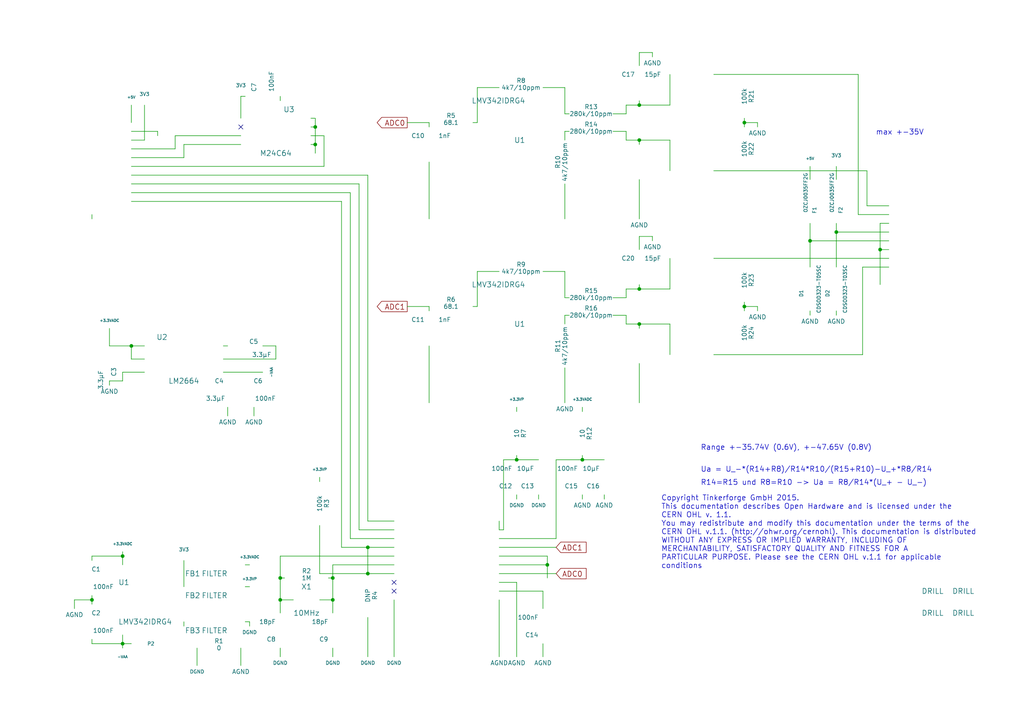
<source format=kicad_sch>
(kicad_sch (version 20230121) (generator eeschema)
  (paper "A4")
  (title_block (title "Industrial Dual Analog In") (date "9 mar 2015") (rev "1.0") (company "Tinkerforge GmbH") (comment 1 "Licensed under CERN OHL v.1.1") (comment 2 "Copyright (©) 2015, B.Nordmeyer <bastian@tinkerforge.com>"))
  (lib_symbols)
  (junction (at 255.27 72.39))
  (junction (at 26.67 173.99))
  (junction (at 185.42 83.82))
  (junction (at 81.28 173.99))
  (junction (at 185.42 40.64))
  (junction (at 185.42 93.98))
  (junction (at 35.56 186.69))
  (junction (at 106.68 158.75))
  (junction (at 242.57 67.31))
  (junction (at 215.9 35.56))
  (junction (at 35.56 161.29))
  (junction (at 96.52 173.99))
  (junction (at 91.44 36.83))
  (junction (at 168.91 133.35))
  (junction (at 106.68 166.37))
  (junction (at 215.9 88.9))
  (junction (at 149.86 133.35))
  (junction (at 81.28 167.64))
  (junction (at 158.75 163.83))
  (junction (at 38.1 100.33))
  (junction (at 234.95 69.85))
  (junction (at 96.52 167.64))
  (junction (at 185.42 30.48))
  (junction (at 91.44 41.91))
  (no_connect (at 69.85 36.83))
  (no_connect (at 114.3 168.91))
  (no_connect (at 114.3 171.45))
  (wire (pts (xy 185.42 41.91) (xy 185.42 40.64)))
  (wire (pts (xy 165.1 86.36) (xy 163.83 86.36)))
  (wire (pts (xy 26.67 186.69) (xy 35.56 186.69)))
  (wire (pts (xy 41.91 100.33) (xy 38.1 100.33)))
  (wire (pts (xy 242.57 67.31) (xy 257.81 67.31)))
  (wire (pts (xy 185.42 68.58) (xy 185.42 72.39)))
  (wire (pts (xy 181.61 93.98) (xy 181.61 91.44)))
  (wire (pts (xy 104.14 53.34) (xy 38.1 53.34)))
  (wire (pts (xy 69.85 27.94) (xy 69.85 34.29)))
  (wire (pts (xy 165.1 38.1) (xy 163.83 38.1)))
  (wire (pts (xy 35.56 107.95) (xy 35.56 110.49)))
  (wire (pts (xy 185.42 52.07) (xy 185.42 63.5)))
  (wire (pts (xy 91.44 36.83) (xy 91.44 41.91)))
  (wire (pts (xy 31.75 100.33) (xy 31.75 95.25)))
  (wire (pts (xy 91.44 36.83) (xy 90.17 36.83)))
  (wire (pts (xy 66.04 100.33) (xy 64.77 100.33)))
  (wire (pts (xy 35.56 186.69) (xy 35.56 187.96)))
  (wire (pts (xy 81.28 161.29) (xy 81.28 167.64)))
  (wire (pts (xy 106.68 166.37) (xy 92.71 166.37)))
  (wire (pts (xy 118.11 35.56) (xy 124.46 35.56)))
  (wire (pts (xy 81.28 190.5) (xy 81.28 187.96)))
  (wire (pts (xy 26.67 186.69) (xy 26.67 185.42)))
  (wire (pts (xy 93.98 48.26) (xy 38.1 48.26)))
  (wire (pts (xy 91.44 34.29) (xy 91.44 36.83)))
  (wire (pts (xy 255.27 64.77) (xy 255.27 72.39)))
  (wire (pts (xy 161.29 156.21) (xy 161.29 133.35)))
  (wire (pts (xy 163.83 33.02) (xy 163.83 25.4)))
  (wire (pts (xy 194.31 40.64) (xy 194.31 49.53)))
  (wire (pts (xy 73.66 118.11) (xy 73.66 120.65)))
  (wire (pts (xy 161.29 166.37) (xy 144.78 166.37)))
  (wire (pts (xy 181.61 40.64) (xy 181.61 38.1)))
  (wire (pts (xy 185.42 83.82) (xy 185.42 82.55)))
  (wire (pts (xy 234.95 64.77) (xy 234.95 69.85)))
  (wire (pts (xy 215.9 35.56) (xy 215.9 36.83)))
  (wire (pts (xy 114.3 153.67) (xy 104.14 153.67)))
  (wire (pts (xy 149.86 133.35) (xy 156.21 133.35)))
  (wire (pts (xy 185.42 95.25) (xy 185.42 93.98)))
  (wire (pts (xy 118.11 88.9) (xy 124.46 88.9)))
  (wire (pts (xy 242.57 52.07) (xy 242.57 48.26)))
  (wire (pts (xy 181.61 93.98) (xy 185.42 93.98)))
  (wire (pts (xy 242.57 91.44) (xy 242.57 90.17)))
  (wire (pts (xy 64.77 104.14) (xy 80.01 104.14)))
  (wire (pts (xy 163.83 91.44) (xy 163.83 93.98)))
  (wire (pts (xy 163.83 25.4) (xy 157.48 25.4)))
  (wire (pts (xy 114.3 161.29) (xy 81.28 161.29)))
  (wire (pts (xy 101.6 55.88) (xy 38.1 55.88)))
  (wire (pts (xy 168.91 133.35) (xy 168.91 132.08)))
  (wire (pts (xy 181.61 83.82) (xy 185.42 83.82)))
  (wire (pts (xy 242.57 67.31) (xy 242.57 77.47)))
  (wire (pts (xy 255.27 64.77) (xy 257.81 64.77)))
  (wire (pts (xy 41.91 107.95) (xy 35.56 107.95)))
  (wire (pts (xy 35.56 110.49) (xy 31.75 110.49)))
  (wire (pts (xy 71.12 180.34) (xy 72.39 180.34)))
  (wire (pts (xy 91.44 41.91) (xy 91.44 44.45)))
  (wire (pts (xy 35.56 161.29) (xy 26.67 161.29)))
  (wire (pts (xy 215.9 34.29) (xy 215.9 35.56)))
  (wire (pts (xy 53.34 41.91) (xy 69.85 41.91)))
  (wire (pts (xy 38.1 38.1) (xy 45.72 38.1)))
  (wire (pts (xy 137.16 88.9) (xy 138.43 88.9)))
  (wire (pts (xy 207.01 49.53) (xy 251.46 49.53)))
  (wire (pts (xy 189.23 15.24) (xy 185.42 15.24)))
  (wire (pts (xy 81.28 29.21) (xy 81.28 27.94)))
  (wire (pts (xy 251.46 59.69) (xy 257.81 59.69)))
  (wire (pts (xy 156.21 144.78) (xy 156.21 143.51)))
  (wire (pts (xy 207.01 21.59) (xy 248.92 21.59)))
  (wire (pts (xy 35.56 186.69) (xy 38.1 186.69)))
  (wire (pts (xy 163.83 116.84) (xy 163.83 106.68)))
  (wire (pts (xy 157.48 171.45) (xy 157.48 176.53)))
  (wire (pts (xy 215.9 88.9) (xy 215.9 90.17)))
  (wire (pts (xy 189.23 69.85) (xy 189.23 68.58)))
  (wire (pts (xy 255.27 72.39) (xy 255.27 82.55)))
  (wire (pts (xy 91.44 34.29) (xy 90.17 34.29)))
  (wire (pts (xy 185.42 40.64) (xy 194.31 40.64)))
  (wire (pts (xy 106.68 190.5) (xy 106.68 179.07)))
  (wire (pts (xy 234.95 69.85) (xy 234.95 77.47)))
  (wire (pts (xy 149.86 144.78) (xy 149.86 143.51)))
  (wire (pts (xy 26.67 173.99) (xy 21.59 173.99)))
  (wire (pts (xy 92.71 166.37) (xy 92.71 152.4)))
  (wire (pts (xy 124.46 116.84) (xy 124.46 100.33)))
  (wire (pts (xy 96.52 173.99) (xy 96.52 177.8)))
  (wire (pts (xy 106.68 166.37) (xy 106.68 158.75)))
  (wire (pts (xy 91.44 41.91) (xy 90.17 41.91)))
  (wire (pts (xy 163.83 86.36) (xy 163.83 78.74)))
  (wire (pts (xy 90.17 39.37) (xy 93.98 39.37)))
  (wire (pts (xy 69.85 39.37) (xy 50.8 39.37)))
  (wire (pts (xy 219.71 35.56) (xy 219.71 36.83)))
  (wire (pts (xy 149.86 119.38) (xy 149.86 118.11)))
  (wire (pts (xy 38.1 45.72) (xy 53.34 45.72)))
  (wire (pts (xy 185.42 15.24) (xy 185.42 19.05)))
  (wire (pts (xy 144.78 156.21) (xy 161.29 156.21)))
  (wire (pts (xy 101.6 156.21) (xy 101.6 55.88)))
  (wire (pts (xy 124.46 35.56) (xy 124.46 36.83)))
  (wire (pts (xy 248.92 21.59) (xy 248.92 62.23)))
  (wire (pts (xy 50.8 43.18) (xy 38.1 43.18)))
  (wire (pts (xy 114.3 163.83) (xy 96.52 163.83)))
  (wire (pts (xy 81.28 167.64) (xy 81.28 173.99)))
  (wire (pts (xy 189.23 16.51) (xy 189.23 15.24)))
  (wire (pts (xy 72.39 180.34) (xy 72.39 181.61)))
  (wire (pts (xy 163.83 38.1) (xy 163.83 40.64)))
  (wire (pts (xy 255.27 72.39) (xy 257.81 72.39)))
  (wire (pts (xy 138.43 25.4) (xy 144.78 25.4)))
  (wire (pts (xy 53.34 181.61) (xy 53.34 180.34)))
  (wire (pts (xy 26.67 161.29) (xy 26.67 162.56)))
  (wire (pts (xy 157.48 190.5) (xy 157.48 186.69)))
  (wire (pts (xy 138.43 35.56) (xy 138.43 25.4)))
  (wire (pts (xy 96.52 167.64) (xy 96.52 173.99)))
  (wire (pts (xy 26.67 173.99) (xy 26.67 175.26)))
  (wire (pts (xy 234.95 52.07) (xy 234.95 48.26)))
  (wire (pts (xy 149.86 168.91) (xy 149.86 190.5)))
  (wire (pts (xy 38.1 104.14) (xy 38.1 100.33)))
  (wire (pts (xy 99.06 58.42) (xy 38.1 58.42)))
  (wire (pts (xy 185.42 93.98) (xy 194.31 93.98)))
  (wire (pts (xy 35.56 184.15) (xy 35.56 186.69)))
  (wire (pts (xy 158.75 163.83) (xy 158.75 167.64)))
  (wire (pts (xy 71.12 27.94) (xy 69.85 27.94)))
  (wire (pts (xy 234.95 69.85) (xy 257.81 69.85)))
  (wire (pts (xy 144.78 168.91) (xy 149.86 168.91)))
  (wire (pts (xy 57.15 187.96) (xy 57.15 193.04)))
  (wire (pts (xy 114.3 166.37) (xy 106.68 166.37)))
  (wire (pts (xy 158.75 161.29) (xy 158.75 163.83)))
  (wire (pts (xy 161.29 133.35) (xy 168.91 133.35)))
  (wire (pts (xy 177.8 33.02) (xy 181.61 33.02)))
  (wire (pts (xy 168.91 144.78) (xy 168.91 143.51)))
  (wire (pts (xy 31.75 110.49) (xy 31.75 111.76)))
  (wire (pts (xy 71.12 170.18) (xy 72.39 170.18)))
  (wire (pts (xy 106.68 151.13) (xy 106.68 50.8)))
  (wire (pts (xy 207.01 74.93) (xy 257.81 74.93)))
  (wire (pts (xy 163.83 63.5) (xy 163.83 53.34)))
  (wire (pts (xy 96.52 190.5) (xy 96.52 187.96)))
  (wire (pts (xy 146.05 153.67) (xy 146.05 133.35)))
  (wire (pts (xy 38.1 100.33) (xy 31.75 100.33)))
  (wire (pts (xy 163.83 78.74) (xy 157.48 78.74)))
  (wire (pts (xy 234.95 91.44) (xy 234.95 90.17)))
  (wire (pts (xy 81.28 167.64) (xy 82.55 167.64)))
  (wire (pts (xy 181.61 33.02) (xy 181.61 30.48)))
  (wire (pts (xy 53.34 162.56) (xy 53.34 170.18)))
  (wire (pts (xy 96.52 163.83) (xy 96.52 167.64)))
  (wire (pts (xy 168.91 119.38) (xy 168.91 118.11)))
  (wire (pts (xy 144.78 190.5) (xy 144.78 173.99)))
  (wire (pts (xy 194.31 83.82) (xy 194.31 74.93)))
  (wire (pts (xy 215.9 35.56) (xy 219.71 35.56)))
  (wire (pts (xy 45.72 38.1) (xy 45.72 39.37)))
  (wire (pts (xy 26.67 172.72) (xy 26.67 173.99)))
  (wire (pts (xy 138.43 88.9) (xy 138.43 78.74)))
  (wire (pts (xy 38.1 35.56) (xy 38.1 30.48)))
  (wire (pts (xy 106.68 50.8) (xy 38.1 50.8)))
  (wire (pts (xy 177.8 86.36) (xy 181.61 86.36)))
  (wire (pts (xy 185.42 83.82) (xy 194.31 83.82)))
  (wire (pts (xy 181.61 30.48) (xy 185.42 30.48)))
  (wire (pts (xy 21.59 173.99) (xy 21.59 176.53)))
  (wire (pts (xy 41.91 104.14) (xy 38.1 104.14)))
  (wire (pts (xy 50.8 39.37) (xy 50.8 43.18)))
  (wire (pts (xy 38.1 40.64) (xy 41.91 40.64)))
  (wire (pts (xy 146.05 133.35) (xy 149.86 133.35)))
  (wire (pts (xy 124.46 88.9) (xy 124.46 90.17)))
  (wire (pts (xy 144.78 161.29) (xy 158.75 161.29)))
  (wire (pts (xy 101.6 156.21) (xy 114.3 156.21)))
  (wire (pts (xy 106.68 158.75) (xy 114.3 158.75)))
  (wire (pts (xy 165.1 33.02) (xy 163.83 33.02)))
  (wire (pts (xy 248.92 62.23) (xy 257.81 62.23)))
  (wire (pts (xy 95.25 167.64) (xy 96.52 167.64)))
  (wire (pts (xy 181.61 40.64) (xy 185.42 40.64)))
  (wire (pts (xy 144.78 153.67) (xy 146.05 153.67)))
  (wire (pts (xy 207.01 102.87) (xy 250.19 102.87)))
  (wire (pts (xy 81.28 173.99) (xy 81.28 177.8)))
  (wire (pts (xy 185.42 105.41) (xy 185.42 116.84)))
  (wire (pts (xy 181.61 91.44) (xy 177.8 91.44)))
  (wire (pts (xy 99.06 58.42) (xy 99.06 158.75)))
  (wire (pts (xy 144.78 151.13) (xy 144.78 153.67)))
  (wire (pts (xy 114.3 151.13) (xy 106.68 151.13)))
  (wire (pts (xy 144.78 171.45) (xy 157.48 171.45)))
  (wire (pts (xy 185.42 30.48) (xy 185.42 29.21)))
  (wire (pts (xy 104.14 153.67) (xy 104.14 53.34)))
  (wire (pts (xy 175.26 144.78) (xy 175.26 143.51)))
  (wire (pts (xy 181.61 38.1) (xy 177.8 38.1)))
  (wire (pts (xy 92.71 139.7) (xy 92.71 138.43)))
  (wire (pts (xy 66.04 118.11) (xy 66.04 120.65)))
  (wire (pts (xy 165.1 91.44) (xy 163.83 91.44)))
  (wire (pts (xy 71.12 163.83) (xy 72.39 163.83)))
  (wire (pts (xy 181.61 86.36) (xy 181.61 83.82)))
  (wire (pts (xy 149.86 133.35) (xy 149.86 132.08)))
  (wire (pts (xy 69.85 193.04) (xy 69.85 187.96)))
  (wire (pts (xy 251.46 49.53) (xy 251.46 59.69)))
  (wire (pts (xy 242.57 64.77) (xy 242.57 67.31)))
  (wire (pts (xy 35.56 160.02) (xy 35.56 161.29)))
  (wire (pts (xy 185.42 30.48) (xy 194.31 30.48)))
  (wire (pts (xy 64.77 107.95) (xy 76.2 107.95)))
  (wire (pts (xy 35.56 161.29) (xy 35.56 163.83)))
  (wire (pts (xy 80.01 104.14) (xy 80.01 100.33)))
  (wire (pts (xy 144.78 163.83) (xy 158.75 163.83)))
  (wire (pts (xy 80.01 100.33) (xy 76.2 100.33)))
  (wire (pts (xy 168.91 133.35) (xy 175.26 133.35)))
  (wire (pts (xy 99.06 158.75) (xy 106.68 158.75)))
  (wire (pts (xy 144.78 158.75) (xy 161.29 158.75)))
  (wire (pts (xy 85.09 173.99) (xy 81.28 173.99)))
  (wire (pts (xy 93.98 39.37) (xy 93.98 48.26)))
  (wire (pts (xy 124.46 63.5) (xy 124.46 46.99)))
  (wire (pts (xy 250.19 102.87) (xy 250.19 77.47)))
  (wire (pts (xy 114.3 173.99) (xy 114.3 190.5)))
  (wire (pts (xy 53.34 45.72) (xy 53.34 41.91)))
  (wire (pts (xy 92.71 173.99) (xy 96.52 173.99)))
  (wire (pts (xy 138.43 78.74) (xy 144.78 78.74)))
  (wire (pts (xy 250.19 77.47) (xy 257.81 77.47)))
  (wire (pts (xy 189.23 68.58) (xy 185.42 68.58)))
  (wire (pts (xy 26.67 63.5) (xy 26.67 62.23)))
  (wire (pts (xy 194.31 93.98) (xy 194.31 102.87)))
  (wire (pts (xy 215.9 88.9) (xy 219.71 88.9)))
  (wire (pts (xy 41.91 40.64) (xy 41.91 30.48)))
  (wire (pts (xy 137.16 35.56) (xy 138.43 35.56)))
  (wire (pts (xy 219.71 88.9) (xy 219.71 90.17)))
  (wire (pts (xy 215.9 87.63) (xy 215.9 88.9)))
  (wire (pts (xy 194.31 30.48) (xy 194.31 21.59)))
  (text "Copyright Tinkerforge GmbH 2015.\nThis documentation describes Open Hardware and is licensed under the\nCERN OHL v. 1.1.\nYou may redistribute and modify this documentation under the terms of the\nCERN OHL v.1.1. (http://ohwr.org/cernohl). This documentation is distributed\nWITHOUT ANY EXPRESS OR IMPLIED WARRANTY, INCLUDING OF\nMERCHANTABILITY, SATISFACTORY QUALITY AND FITNESS FOR A\nPARTICULAR PURPOSE. Please see the CERN OHL v.1.1 for applicable\nconditions\n" (at 191.77 165.1 0) (effects (font (size 1.524 1.524)) (justify left bottom)))
  (text "Ua = U_-*(R14+R8)/R14*R10/(R15+R10)-U_+*R8/R14" (at 203.2 137.16 0) (effects (font (size 1.524 1.524)) (justify left bottom)))
  (text "max +-35V" (at 254 39.37 0) (effects (font (size 1.524 1.524)) (justify left bottom)))
  (text "Range +-35.74V (0.6V), +-47.65V (0.8V)" (at 203.2 130.81 0) (effects (font (size 1.524 1.524)) (justify left bottom)))
  (text "R14=R15 und R8=R10 -> Ua = R8/R14*(U_+ - U_-)" (at 203.2 140.97 0) (effects (font (size 1.524 1.524)) (justify left bottom)))
  (global_label "ADC1" (shape output) (at 118.11 88.9 180) (effects (font (size 1.524 1.524))) (property "Intersheetrefs" "${INTERSHEET_REFS}" (effects hide)))
  (global_label "ADC0" (shape output) (at 118.11 35.56 180) (effects (font (size 1.524 1.524))) (property "Intersheetrefs" "${INTERSHEET_REFS}" (effects hide)))
  (global_label "ADC0" (shape input) (at 161.29 166.37 0) (effects (font (size 1.524 1.524))) (property "Intersheetrefs" "${INTERSHEET_REFS}" (effects hide)))
  (global_label "ADC1" (shape input) (at 161.29 158.75 0) (effects (font (size 1.524 1.524))) (property "Intersheetrefs" "${INTERSHEET_REFS}" (effects hide)))
  (symbol (lib_id "CAT24C") (at 80.01 44.45 0) (mirror y) (unit 1)
    (property "Reference" "U3" (at 83.82 31.75 0) (effects (font (size 1.524 1.524))))
    (property "Value" "M24C64" (at 80.01 44.45 0) (effects (font (size 1.524 1.524))))
    (property "Footprint" "kicad-libraries:SOIC8" (effects hide))
  )
  (symbol (lib_id "CON-SENSOR") (at 26.67 46.99 0) (mirror y) (unit 1)
    (property "Reference" "P1" (at 21.59 33.02 0) (effects (font (size 1.524 1.524))))
    (property "Value" "CON-SENSOR" (at 21.59 46.99 90) (effects (font (size 1.524 1.524))))
    (property "Footprint" "kicad-libraries:CON-SENSOR" (effects hide))
  )
  (symbol (lib_id "3V3") (at 41.91 30.48 0) (unit 1)
    (property "Reference" "#PWR06" (effects hide))
    (property "Value" "3V3" (at 41.91 27.305 0) (effects (font (size 1.016 1.016))))
  )
  (symbol (lib_id "3V3") (at 69.85 27.94 0) (unit 1)
    (property "Reference" "#PWR05" (effects hide))
    (property "Value" "3V3" (at 69.85 24.765 0) (effects (font (size 1.016 1.016))))
  )
  (symbol (lib_id "GND") (at 91.44 44.45 0) (unit 1)
    (property "Reference" "#PWR04" (effects hide))
    (property "Value" "GND" (effects hide))
  )
  (symbol (lib_id "GND") (at 81.28 29.21 0) (unit 1)
    (property "Reference" "#PWR03" (effects hide))
    (property "Value" "GND" (effects hide))
  )
  (symbol (lib_id "C") (at 76.2 27.94 90) (unit 1)
    (property "Reference" "C7" (at 73.66 26.67 0) (effects (justify left)))
    (property "Value" "100nF" (at 78.74 26.67 0) (effects (justify left)))
    (property "Footprint" "kicad-libraries:C0603" (effects hide))
  )
  (symbol (lib_id "GND") (at 45.72 39.37 0) (unit 1)
    (property "Reference" "#PWR02" (effects hide))
    (property "Value" "GND" (effects hide))
  )
  (symbol (lib_id "DRILL") (at 279.4 177.8 0) (unit 1)
    (property "Reference" "U8" (effects hide))
    (property "Value" "DRILL" (at 279.4 177.8 0) (effects (font (size 1.524 1.524))))
    (property "Footprint" "kicad-libraries:DRILL_NP" (effects hide))
  )
  (symbol (lib_id "DRILL") (at 279.4 171.45 0) (unit 1)
    (property "Reference" "U7" (effects hide))
    (property "Value" "DRILL" (at 279.4 171.45 0) (effects (font (size 1.524 1.524))))
    (property "Footprint" "kicad-libraries:DRILL_NP" (effects hide))
  )
  (symbol (lib_id "DRILL") (at 270.51 171.45 0) (unit 1)
    (property "Reference" "U5" (effects hide))
    (property "Value" "DRILL" (at 270.51 171.45 0) (effects (font (size 1.524 1.524))))
    (property "Footprint" "kicad-libraries:DRILL_NP" (effects hide))
  )
  (symbol (lib_id "DRILL") (at 270.51 177.8 0) (unit 1)
    (property "Reference" "U6" (effects hide))
    (property "Value" "DRILL" (at 270.51 177.8 0) (effects (font (size 1.524 1.524))))
    (property "Footprint" "kicad-libraries:DRILL_NP" (effects hide))
  )
  (symbol (lib_id "GND") (at 26.67 63.5 0) (unit 1)
    (property "Reference" "#PWR01" (effects hide))
    (property "Value" "GND" (effects hide))
  )
  (symbol (lib_id "+5V") (at 38.1 30.48 0) (unit 1)
    (property "Reference" "#PWR07" (effects hide))
    (property "Value" "+5V" (at 38.1 28.194 0) (effects (font (size 0.762 0.762))))
  )
  (symbol (lib_id "AGND") (at 69.85 193.04 0) (unit 1)
    (property "Reference" "#PWR032" (effects hide))
    (property "Value" "AGND" (at 69.85 194.818 0))
  )
  (symbol (lib_id "MCP3911") (at 129.54 162.56 0) (mirror y) (unit 1)
    (property "Reference" "U4" (at 139.7 148.59 0) (effects (font (size 1.524 1.524))))
    (property "Value" "MCP3911" (at 134.62 176.53 0) (effects (font (size 1.524 1.524))))
    (property "Footprint" "kicad-libraries:SSOP20-53" (effects hide))
  )
  (symbol (lib_id "AGND") (at 149.86 190.5 0) (unit 1)
    (property "Reference" "#PWR08" (effects hide))
    (property "Value" "AGND" (at 149.86 192.278 0))
  )
  (symbol (lib_id "Crystal") (at 88.9 173.99 0) (unit 1)
    (property "Reference" "X1" (at 88.9 170.18 0) (effects (font (size 1.524 1.524))))
    (property "Value" "10MHz" (at 88.9 177.8 0) (effects (font (size 1.524 1.524))))
    (property "Footprint" "kicad-libraries:HC49_US" (effects hide))
  )
  (symbol (lib_id "C") (at 81.28 182.88 180) (unit 1)
    (property "Reference" "C8" (at 80.01 185.42 0) (effects (justify left)))
    (property "Value" "18pF" (at 80.01 180.34 0) (effects (justify left)))
    (property "Footprint" "kicad-libraries:C0603" (effects hide))
  )
  (symbol (lib_id "C") (at 96.52 182.88 180) (unit 1)
    (property "Reference" "C9" (at 95.25 185.42 0) (effects (justify left)))
    (property "Value" "18pF" (at 95.25 180.34 0) (effects (justify left)))
    (property "Footprint" "kicad-libraries:C0603" (effects hide))
  )
  (symbol (lib_id "C") (at 157.48 181.61 180) (unit 1)
    (property "Reference" "C14" (at 156.21 184.15 0) (effects (justify left)))
    (property "Value" "100nF" (at 156.21 179.07 0) (effects (justify left)))
    (property "Footprint" "kicad-libraries:C0603" (effects hide))
  )
  (symbol (lib_id "AGND") (at 157.48 190.5 0) (unit 1)
    (property "Reference" "#PWR09" (effects hide))
    (property "Value" "AGND" (at 157.48 192.278 0))
  )
  (symbol (lib_id "AGND") (at 144.78 190.5 0) (unit 1)
    (property "Reference" "#PWR010" (effects hide))
    (property "Value" "AGND" (at 144.78 192.278 0))
  )
  (symbol (lib_id "C") (at 175.26 138.43 180) (unit 1)
    (property "Reference" "C16" (at 173.99 140.97 0) (effects (justify left)))
    (property "Value" "10µF" (at 173.99 135.89 0) (effects (justify left)))
    (property "Footprint" "kicad-libraries:C0603" (effects hide))
  )
  (symbol (lib_id "C") (at 168.91 138.43 180) (unit 1)
    (property "Reference" "C15" (at 167.64 140.97 0) (effects (justify left)))
    (property "Value" "100nF" (at 167.64 135.89 0) (effects (justify left)))
    (property "Footprint" "kicad-libraries:C0603" (effects hide))
  )
  (symbol (lib_id "C") (at 156.21 138.43 180) (unit 1)
    (property "Reference" "C13" (at 154.94 140.97 0) (effects (justify left)))
    (property "Value" "10µF" (at 154.94 135.89 0) (effects (justify left)))
    (property "Footprint" "kicad-libraries:C0603" (effects hide))
  )
  (symbol (lib_id "C") (at 149.86 138.43 180) (unit 1)
    (property "Reference" "C12" (at 148.59 140.97 0) (effects (justify left)))
    (property "Value" "100nF" (at 148.59 135.89 0) (effects (justify left)))
    (property "Footprint" "kicad-libraries:C0603" (effects hide))
  )
  (symbol (lib_id "AGND") (at 168.91 144.78 0) (unit 1)
    (property "Reference" "#PWR011" (effects hide))
    (property "Value" "AGND" (at 168.91 146.558 0))
  )
  (symbol (lib_id "AGND") (at 175.26 144.78 0) (unit 1)
    (property "Reference" "#PWR012" (effects hide))
    (property "Value" "AGND" (at 175.26 146.558 0))
  )
  (symbol (lib_id "R") (at 149.86 125.73 0) (unit 1)
    (property "Reference" "R7" (at 151.892 125.73 90))
    (property "Value" "10" (at 149.86 125.73 90))
    (property "Footprint" "kicad-libraries:R0603" (effects hide))
  )
  (symbol (lib_id "R") (at 168.91 125.73 0) (unit 1)
    (property "Reference" "R12" (at 170.942 125.73 90))
    (property "Value" "10" (at 168.91 125.73 90))
    (property "Footprint" "kicad-libraries:R0603" (effects hide))
  )
  (symbol (lib_id "DGND") (at 149.86 144.78 0) (unit 1)
    (property "Reference" "#PWR013" (effects hide))
    (property "Value" "DGND" (at 149.86 146.558 0) (effects (font (size 1.016 1.016))))
  )
  (symbol (lib_id "DGND") (at 156.21 144.78 0) (unit 1)
    (property "Reference" "#PWR014" (effects hide))
    (property "Value" "DGND" (at 156.21 146.558 0) (effects (font (size 1.016 1.016))))
  )
  (symbol (lib_id "DGND") (at 81.28 190.5 0) (unit 1)
    (property "Reference" "#PWR031" (effects hide))
    (property "Value" "DGND" (at 81.28 192.278 0) (effects (font (size 1.016 1.016))))
  )
  (symbol (lib_id "DGND") (at 96.52 190.5 0) (unit 1)
    (property "Reference" "#PWR030" (effects hide))
    (property "Value" "DGND" (at 96.52 192.278 0) (effects (font (size 1.016 1.016))))
  )
  (symbol (lib_id "DGND") (at 114.3 190.5 0) (unit 1)
    (property "Reference" "#PWR015" (effects hide))
    (property "Value" "DGND" (at 114.3 192.278 0) (effects (font (size 1.016 1.016))))
  )
  (symbol (lib_id "R") (at 88.9 167.64 90) (unit 1)
    (property "Reference" "R2" (at 88.9 165.608 90))
    (property "Value" "1M" (at 88.9 167.64 90))
    (property "Footprint" "kicad-libraries:R0603" (effects hide))
  )
  (symbol (lib_id "DGND") (at 57.15 193.04 0) (unit 1)
    (property "Reference" "#PWR029" (effects hide))
    (property "Value" "DGND" (at 57.15 194.818 0) (effects (font (size 1.016 1.016))))
  )
  (symbol (lib_id "R") (at 63.5 187.96 90) (unit 1)
    (property "Reference" "R1" (at 63.5 185.928 90))
    (property "Value" "0" (at 63.5 187.96 90))
    (property "Footprint" "kicad-libraries:R0603" (effects hide))
  )
  (symbol (lib_id "FILTER") (at 62.23 170.18 0) (unit 1)
    (property "Reference" "FB2" (at 55.88 172.72 0) (effects (font (size 1.524 1.524))))
    (property "Value" "FILTER" (at 62.23 172.72 0) (effects (font (size 1.524 1.524))))
    (property "Footprint" "kicad-libraries:C0603" (effects hide))
  )
  (symbol (lib_id "R") (at 106.68 172.72 0) (unit 1)
    (property "Reference" "R4" (at 108.712 172.72 90))
    (property "Value" "DNP" (at 106.68 172.72 90))
    (property "Footprint" "kicad-libraries:R0603" (effects hide))
  )
  (symbol (lib_id "DGND") (at 106.68 190.5 0) (unit 1)
    (property "Reference" "#PWR028" (effects hide))
    (property "Value" "DGND" (at 106.68 192.278 0) (effects (font (size 1.016 1.016))))
  )
  (symbol (lib_id "TLV272") (at 35.56 173.99 0) (unit 3)
    (property "Reference" "U1" (at 34.29 168.91 0) (effects (font (size 1.524 1.524)) (justify left)))
    (property "Value" "LMV342IDRG4" (at 34.29 180.34 0) (effects (font (size 1.524 1.524)) (justify left)))
    (property "Footprint" "kicad-libraries:SOIC8" (effects hide))
  )
  (symbol (lib_id "TLV272") (at 151.13 88.9 180) (unit 1)
    (property "Reference" "U1" (at 152.4 93.98 0) (effects (font (size 1.524 1.524)) (justify left)))
    (property "Value" "LMV342IDRG4" (at 152.4 82.55 0) (effects (font (size 1.524 1.524)) (justify left)))
    (property "Footprint" "kicad-libraries:SOIC8" (effects hide))
  )
  (symbol (lib_id "C") (at 185.42 35.56 180) (unit 1)
    (property "Reference" "C18" (at 184.15 33.02 0) (effects (justify left)))
    (property "Value" "150pF" (at 191.77 33.02 0) (effects (justify left)))
    (property "Footprint" "kicad-libraries:C0603" (effects hide))
  )
  (symbol (lib_id "R") (at 171.45 38.1 90) (unit 1)
    (property "Reference" "R14" (at 171.45 36.068 90))
    (property "Value" "280k/10ppm" (at 171.45 38.1 90))
    (property "Footprint" "kicad-libraries:R0603" (effects hide))
  )
  (symbol (lib_id "R") (at 171.45 33.02 90) (unit 1)
    (property "Reference" "R13" (at 171.45 30.988 90))
    (property "Value" "280k/10ppm" (at 171.45 33.02 90))
    (property "Footprint" "kicad-libraries:R0603" (effects hide))
  )
  (symbol (lib_id "R") (at 163.83 46.99 180) (unit 1)
    (property "Reference" "R10" (at 161.798 46.99 90))
    (property "Value" "4k7/10ppm" (at 163.83 46.99 90))
    (property "Footprint" "kicad-libraries:R0603" (effects hide))
  )
  (symbol (lib_id "R") (at 151.13 25.4 90) (unit 1)
    (property "Reference" "R8" (at 151.13 23.368 90))
    (property "Value" "4k7/10ppm" (at 151.13 25.4 90))
    (property "Footprint" "kicad-libraries:R0603" (effects hide))
  )
  (symbol (lib_id "C") (at 185.42 24.13 180) (unit 1)
    (property "Reference" "C17" (at 184.15 21.59 0) (effects (justify left)))
    (property "Value" "15pF" (at 191.77 21.59 0) (effects (justify left)))
    (property "Footprint" "kicad-libraries:C0603" (effects hide))
  )
  (symbol (lib_id "C") (at 185.42 46.99 180) (unit 1)
    (property "Reference" "C19" (at 184.15 44.45 0) (effects (justify left)))
    (property "Value" "15pF" (at 191.77 44.45 0) (effects (justify left)))
    (property "Footprint" "kicad-libraries:C0603" (effects hide))
  )
  (symbol (lib_id "AGND") (at 185.42 63.5 0) (unit 1)
    (property "Reference" "#PWR016" (effects hide))
    (property "Value" "AGND" (at 185.42 65.278 0))
  )
  (symbol (lib_id "AGND") (at 189.23 16.51 0) (unit 1)
    (property "Reference" "#PWR017" (effects hide))
    (property "Value" "AGND" (at 189.23 18.288 0))
  )
  (symbol (lib_id "R") (at 215.9 27.94 0) (unit 1)
    (property "Reference" "R21" (at 217.932 27.94 90))
    (property "Value" "100k" (at 215.9 27.94 90))
    (property "Footprint" "kicad-libraries:R0603" (effects hide))
  )
  (symbol (lib_id "R") (at 215.9 43.18 0) (unit 1)
    (property "Reference" "R22" (at 217.932 43.18 90))
    (property "Value" "100k" (at 215.9 43.18 90))
    (property "Footprint" "kicad-libraries:R0603" (effects hide))
  )
  (symbol (lib_id "AGND") (at 219.71 36.83 0) (unit 1)
    (property "Reference" "#PWR018" (effects hide))
    (property "Value" "AGND" (at 219.71 38.608 0))
  )
  (symbol (lib_id "R") (at 200.66 21.59 90) (unit 1)
    (property "Reference" "R17" (at 200.66 19.558 90))
    (property "Value" "10" (at 200.66 21.59 90))
    (property "Footprint" "kicad-libraries:R0603" (effects hide))
  )
  (symbol (lib_id "R") (at 200.66 49.53 90) (unit 1)
    (property "Reference" "R18" (at 200.66 47.498 90))
    (property "Value" "10" (at 200.66 49.53 90))
    (property "Footprint" "kicad-libraries:R0603" (effects hide))
  )
  (symbol (lib_id "R") (at 130.81 35.56 90) (unit 1)
    (property "Reference" "R5" (at 130.81 33.528 90))
    (property "Value" "68.1" (at 130.81 35.56 90))
    (property "Footprint" "kicad-libraries:R0603" (effects hide))
  )
  (symbol (lib_id "C") (at 124.46 41.91 180) (unit 1)
    (property "Reference" "C10" (at 123.19 39.37 0) (effects (justify left)))
    (property "Value" "1nF" (at 130.81 39.37 0) (effects (justify left)))
    (property "Footprint" "kicad-libraries:C0603" (effects hide))
  )
  (symbol (lib_id "AGND") (at 163.83 63.5 0) (unit 1)
    (property "Reference" "#PWR019" (effects hide))
    (property "Value" "AGND" (at 163.83 65.278 0))
  )
  (symbol (lib_id "AGND") (at 124.46 63.5 0) (unit 1)
    (property "Reference" "#PWR020" (effects hide))
    (property "Value" "AGND" (at 124.46 65.278 0))
  )
  (symbol (lib_id "TLV272") (at 151.13 35.56 180) (unit 2)
    (property "Reference" "U1" (at 152.4 40.64 0) (effects (font (size 1.524 1.524)) (justify left)))
    (property "Value" "LMV342IDRG4" (at 152.4 29.21 0) (effects (font (size 1.524 1.524)) (justify left)))
    (property "Footprint" "kicad-libraries:SOIC8" (effects hide))
  )
  (symbol (lib_id "C") (at 185.42 88.9 180) (unit 1)
    (property "Reference" "C21" (at 184.15 86.36 0) (effects (justify left)))
    (property "Value" "150pF" (at 191.77 86.36 0) (effects (justify left)))
    (property "Footprint" "kicad-libraries:C0603" (effects hide))
  )
  (symbol (lib_id "R") (at 171.45 91.44 90) (unit 1)
    (property "Reference" "R16" (at 171.45 89.408 90))
    (property "Value" "280k/10ppm" (at 171.45 91.44 90))
    (property "Footprint" "kicad-libraries:R0603" (effects hide))
  )
  (symbol (lib_id "R") (at 171.45 86.36 90) (unit 1)
    (property "Reference" "R15" (at 171.45 84.328 90))
    (property "Value" "280k/10ppm" (at 171.45 86.36 90))
    (property "Footprint" "kicad-libraries:R0603" (effects hide))
  )
  (symbol (lib_id "R") (at 163.83 100.33 180) (unit 1)
    (property "Reference" "R11" (at 161.798 100.33 90))
    (property "Value" "4k7/10ppm" (at 163.83 100.33 90))
    (property "Footprint" "kicad-libraries:R0603" (effects hide))
  )
  (symbol (lib_id "R") (at 151.13 78.74 90) (unit 1)
    (property "Reference" "R9" (at 151.13 76.708 90))
    (property "Value" "4k7/10ppm" (at 151.13 78.74 90))
    (property "Footprint" "kicad-libraries:R0603" (effects hide))
  )
  (symbol (lib_id "C") (at 185.42 77.47 180) (unit 1)
    (property "Reference" "C20" (at 184.15 74.93 0) (effects (justify left)))
    (property "Value" "15pF" (at 191.77 74.93 0) (effects (justify left)))
    (property "Footprint" "kicad-libraries:C0603" (effects hide))
  )
  (symbol (lib_id "C") (at 185.42 100.33 180) (unit 1)
    (property "Reference" "C22" (at 184.15 97.79 0) (effects (justify left)))
    (property "Value" "15pF" (at 191.77 97.79 0) (effects (justify left)))
    (property "Footprint" "kicad-libraries:C0603" (effects hide))
  )
  (symbol (lib_id "AGND") (at 185.42 116.84 0) (unit 1)
    (property "Reference" "#PWR021" (effects hide))
    (property "Value" "AGND" (at 185.42 118.618 0))
  )
  (symbol (lib_id "AGND") (at 189.23 69.85 0) (unit 1)
    (property "Reference" "#PWR022" (effects hide))
    (property "Value" "AGND" (at 189.23 71.628 0))
  )
  (symbol (lib_id "R") (at 215.9 81.28 0) (unit 1)
    (property "Reference" "R23" (at 217.932 81.28 90))
    (property "Value" "100k" (at 215.9 81.28 90))
    (property "Footprint" "kicad-libraries:R0603" (effects hide))
  )
  (symbol (lib_id "R") (at 215.9 96.52 0) (unit 1)
    (property "Reference" "R24" (at 217.932 96.52 90))
    (property "Value" "100k" (at 215.9 96.52 90))
    (property "Footprint" "kicad-libraries:R0603" (effects hide))
  )
  (symbol (lib_id "AGND") (at 219.71 90.17 0) (unit 1)
    (property "Reference" "#PWR023" (effects hide))
    (property "Value" "AGND" (at 219.71 91.948 0))
  )
  (symbol (lib_id "R") (at 200.66 74.93 90) (unit 1)
    (property "Reference" "R19" (at 200.66 72.898 90))
    (property "Value" "10" (at 200.66 74.93 90))
    (property "Footprint" "kicad-libraries:R0603" (effects hide))
  )
  (symbol (lib_id "R") (at 200.66 102.87 90) (unit 1)
    (property "Reference" "R20" (at 200.66 100.838 90))
    (property "Value" "10" (at 200.66 102.87 90))
    (property "Footprint" "kicad-libraries:R0603" (effects hide))
  )
  (symbol (lib_id "R") (at 130.81 88.9 90) (unit 1)
    (property "Reference" "R6" (at 130.81 86.868 90))
    (property "Value" "68.1" (at 130.81 88.9 90))
    (property "Footprint" "kicad-libraries:R0603" (effects hide))
  )
  (symbol (lib_id "C") (at 124.46 95.25 180) (unit 1)
    (property "Reference" "C11" (at 123.19 92.71 0) (effects (justify left)))
    (property "Value" "1nF" (at 130.81 92.71 0) (effects (justify left)))
    (property "Footprint" "kicad-libraries:C0603" (effects hide))
  )
  (symbol (lib_id "AGND") (at 163.83 116.84 0) (unit 1)
    (property "Reference" "#PWR024" (effects hide))
    (property "Value" "AGND" (at 163.83 118.618 0))
  )
  (symbol (lib_id "AGND") (at 124.46 116.84 0) (unit 1)
    (property "Reference" "#PWR025" (effects hide))
    (property "Value" "AGND" (at 124.46 118.618 0))
  )
  (symbol (lib_id "AGND") (at 158.75 167.64 0) (unit 1)
    (property "Reference" "#PWR026" (effects hide))
    (property "Value" "AGND" (at 158.75 169.418 0))
  )
  (symbol (lib_id "C") (at 26.67 167.64 180) (unit 1)
    (property "Reference" "C1" (at 29.21 165.1 0) (effects (justify left)))
    (property "Value" "100nF" (at 33.02 170.18 0) (effects (justify left)))
    (property "Footprint" "kicad-libraries:C0603" (effects hide))
  )
  (symbol (lib_id "C") (at 26.67 180.34 180) (unit 1)
    (property "Reference" "C2" (at 29.21 177.8 0) (effects (justify left)))
    (property "Value" "100nF" (at 33.02 182.88 0) (effects (justify left)))
    (property "Footprint" "kicad-libraries:C0603" (effects hide))
  )
  (symbol (lib_id "AGND") (at 21.59 176.53 0) (unit 1)
    (property "Reference" "#PWR027" (effects hide))
    (property "Value" "AGND" (at 21.59 178.308 0))
  )
  (symbol (lib_id "FILTER") (at 62.23 163.83 0) (unit 1)
    (property "Reference" "FB1" (at 55.88 166.37 0) (effects (font (size 1.524 1.524))))
    (property "Value" "FILTER" (at 62.23 166.37 0) (effects (font (size 1.524 1.524))))
    (property "Footprint" "kicad-libraries:C0603" (effects hide))
  )
  (symbol (lib_id "CONN_8") (at 266.7 68.58 0) (unit 1)
    (property "Reference" "P3" (at 265.43 68.58 90) (effects (font (size 1.524 1.524))))
    (property "Value" "CONN_8" (at 267.97 68.58 90) (effects (font (size 1.524 1.524))))
    (property "Footprint" "kicad-libraries:OQ_8P" (effects hide))
  )
  (symbol (lib_id "CONN_1") (at 40.64 186.69 0) (unit 1)
    (property "Reference" "P2" (at 42.672 186.69 0) (effects (font (size 1.016 1.016)) (justify left)))
    (property "Value" "CONN_1" (effects hide))
    (property "Footprint" "kicad-libraries:PINTST" (effects hide))
  )
  (symbol (lib_id "3V3") (at 242.57 48.26 0) (unit 1)
    (property "Reference" "#PWR043" (effects hide))
    (property "Value" "3V3" (at 242.57 45.085 0) (effects (font (size 1.016 1.016))))
  )
  (symbol (lib_id "+5V") (at 234.95 48.26 0) (unit 1)
    (property "Reference" "#PWR044" (effects hide))
    (property "Value" "+5V" (at 234.95 45.974 0) (effects (font (size 0.762 0.762))))
  )
  (symbol (lib_id "AGND") (at 255.27 82.55 0) (unit 1)
    (property "Reference" "#PWR045" (effects hide))
    (property "Value" "AGND" (at 255.27 84.328 0))
  )
  (symbol (lib_id "+3.3VADC") (at 72.39 163.83 0) (unit 1)
    (property "Reference" "#PWR033" (effects hide))
    (property "Value" "+3.3VADC" (at 72.39 161.544 0) (effects (font (size 0.762 0.762))))
  )
  (symbol (lib_id "+3.3VADC") (at 168.91 118.11 0) (unit 1)
    (property "Reference" "#PWR034" (effects hide))
    (property "Value" "+3.3VADC" (at 168.91 115.824 0) (effects (font (size 0.762 0.762))))
  )
  (symbol (lib_id "+3.3VP") (at 149.86 118.11 0) (unit 1)
    (property "Reference" "#PWR035" (effects hide))
    (property "Value" "+3.3VP" (at 149.86 115.824 0) (effects (font (size 0.762 0.762))))
  )
  (symbol (lib_id "+3.3VP") (at 72.39 170.18 0) (unit 1)
    (property "Reference" "#PWR036" (effects hide))
    (property "Value" "+3.3VP" (at 72.39 167.894 0) (effects (font (size 0.762 0.762))))
  )
  (symbol (lib_id "+3.3VADC") (at 35.56 160.02 0) (unit 1)
    (property "Reference" "#PWR037" (effects hide))
    (property "Value" "+3.3VADC" (at 35.56 157.734 0) (effects (font (size 0.762 0.762))))
  )
  (symbol (lib_id "3V3") (at 53.34 162.56 0) (unit 1)
    (property "Reference" "#PWR038" (effects hide))
    (property "Value" "3V3" (at 53.34 159.385 0) (effects (font (size 1.016 1.016))))
  )
  (symbol (lib_id "-VAA") (at 35.56 187.96 180) (unit 1)
    (property "Reference" "#PWR039" (effects hide))
    (property "Value" "-VAA" (at 35.56 190.5 0) (effects (font (size 0.762 0.762))))
  )
  (symbol (lib_id "-VAA") (at 76.2 107.95 270) (unit 1)
    (property "Reference" "#PWR040" (effects hide))
    (property "Value" "-VAA" (at 78.74 107.95 0) (effects (font (size 0.762 0.762))))
  )
  (symbol (lib_id "LM2664") (at 53.34 104.14 0) (unit 1)
    (property "Reference" "U2" (at 46.99 97.79 0) (effects (font (size 1.524 1.524))))
    (property "Value" "LM2664" (at 53.34 110.49 0) (effects (font (size 1.524 1.524))))
    (property "Footprint" "kicad-libraries:SOT23-6" (effects hide))
  )
  (symbol (lib_id "FILTER") (at 62.23 180.34 0) (unit 1)
    (property "Reference" "FB3" (at 55.88 182.88 0) (effects (font (size 1.524 1.524))))
    (property "Value" "FILTER" (at 62.23 182.88 0) (effects (font (size 1.524 1.524))))
    (property "Footprint" "kicad-libraries:C0603" (effects hide))
  )
  (symbol (lib_id "DGND") (at 72.39 181.61 0) (unit 1)
    (property "Reference" "#PWR041" (effects hide))
    (property "Value" "DGND" (at 72.39 183.388 0) (effects (font (size 1.016 1.016))))
  )
  (symbol (lib_id "GND") (at 53.34 181.61 0) (unit 1)
    (property "Reference" "#PWR042" (effects hide))
    (property "Value" "GND" (effects hide))
  )
  (symbol (lib_id "C") (at 71.12 100.33 90) (unit 1)
    (property "Reference" "C5" (at 74.93 99.06 90) (effects (justify left)))
    (property "Value" "3.3µF" (at 78.74 102.87 90) (effects (justify left)))
    (property "Footprint" "kicad-libraries:C0603" (effects hide))
  )
  (symbol (lib_id "C") (at 31.75 105.41 0) (unit 1)
    (property "Reference" "C3" (at 33.02 109.22 90) (effects (justify left)))
    (property "Value" "3.3µF" (at 29.21 113.03 90) (effects (justify left)))
    (property "Footprint" "kicad-libraries:C0603" (effects hide))
  )
  (symbol (lib_id "C") (at 66.04 113.03 0) (unit 1)
    (property "Reference" "C4" (at 62.23 110.49 0) (effects (justify left)))
    (property "Value" "3.3µF" (at 59.69 115.57 0) (effects (justify left)))
    (property "Footprint" "kicad-libraries:C0603" (effects hide))
  )
  (symbol (lib_id "C") (at 73.66 113.03 180) (unit 1)
    (property "Reference" "C6" (at 76.2 110.49 0) (effects (justify left)))
    (property "Value" "100nF" (at 80.01 115.57 0) (effects (justify left)))
    (property "Footprint" "kicad-libraries:C0603" (effects hide))
  )
  (symbol (lib_id "AGND") (at 73.66 120.65 0) (unit 1)
    (property "Reference" "#PWR046" (effects hide))
    (property "Value" "AGND" (at 73.66 122.428 0))
  )
  (symbol (lib_id "AGND") (at 66.04 120.65 0) (unit 1)
    (property "Reference" "#PWR047" (effects hide))
    (property "Value" "AGND" (at 66.04 122.428 0))
  )
  (symbol (lib_id "AGND") (at 31.75 111.76 0) (unit 1)
    (property "Reference" "#PWR048" (effects hide))
    (property "Value" "AGND" (at 31.75 113.538 0))
  )
  (symbol (lib_id "+3.3VADC") (at 31.75 95.25 0) (unit 1)
    (property "Reference" "#PWR049" (effects hide))
    (property "Value" "+3.3VADC" (at 31.75 92.964 0) (effects (font (size 0.762 0.762))))
  )
  (symbol (lib_id "R") (at 92.71 146.05 0) (unit 1)
    (property "Reference" "R3" (at 94.742 146.05 90))
    (property "Value" "100k" (at 92.71 146.05 90))
    (property "Footprint" "kicad-libraries:R0603" (effects hide))
  )
  (symbol (lib_id "+3.3VP") (at 92.71 138.43 0) (unit 1)
    (property "Reference" "#PWR050" (effects hide))
    (property "Value" "+3.3VP" (at 92.71 136.144 0) (effects (font (size 0.762 0.762))))
  )
  (symbol (lib_id "FUSE") (at 242.57 58.42 270) (unit 1)
    (property "Reference" "F2" (at 243.84 60.96 0) (effects (font (size 1.016 1.016))))
    (property "Value" "OZCJ0035FF2G" (at 241.3 55.88 0) (effects (font (size 1.016 1.016))))
    (property "Footprint" "kicad-libraries:F1206" (effects hide))
  )
  (symbol (lib_id "TVS") (at 242.57 83.82 90) (unit 1)
    (property "Reference" "D2" (at 240.03 85.09 0) (effects (font (size 1.016 1.016))))
    (property "Value" "CDSOD323-T03SC" (at 245.11 83.82 0) (effects (font (size 1.016 1.016))))
    (property "Footprint" "kicad-libraries:SOD-323" (effects hide))
  )
  (symbol (lib_id "TVS") (at 234.95 83.82 90) (unit 1)
    (property "Reference" "D1" (at 232.41 85.09 0) (effects (font (size 1.016 1.016))))
    (property "Value" "CDSOD323-T05SC" (at 237.49 83.82 0) (effects (font (size 1.016 1.016))))
    (property "Footprint" "kicad-libraries:SOD-323" (effects hide))
  )
  (symbol (lib_id "AGND") (at 242.57 91.44 0) (unit 1)
    (property "Reference" "#PWR051" (effects hide))
    (property "Value" "AGND" (at 242.57 93.218 0))
  )
  (symbol (lib_id "AGND") (at 234.95 91.44 0) (unit 1)
    (property "Reference" "#PWR052" (effects hide))
    (property "Value" "AGND" (at 234.95 93.218 0))
  )
  (symbol (lib_id "FUSE") (at 234.95 58.42 270) (unit 1)
    (property "Reference" "F1" (at 236.22 60.96 0) (effects (font (size 1.016 1.016))))
    (property "Value" "OZCJ0035FF2G" (at 233.68 55.88 0) (effects (font (size 1.016 1.016))))
    (property "Footprint" "kicad-libraries:F1206" (effects hide))
  )
)
</source>
